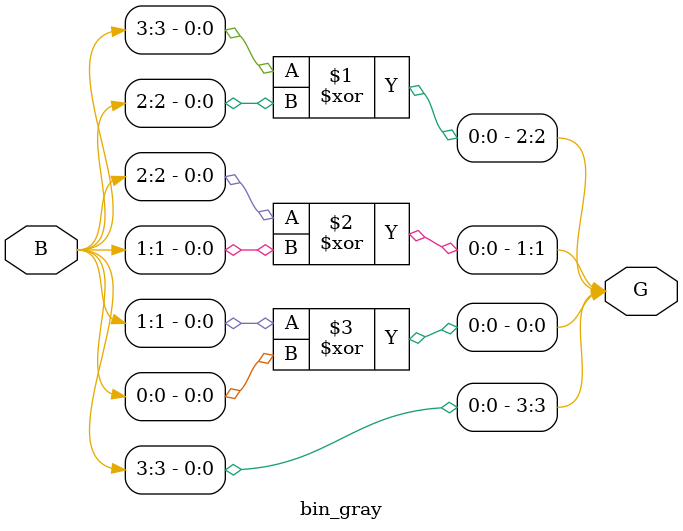
<source format=v>
module bin_gray(B,G);
input[3:0]B;
output[3:0]G;
assign G[3]=B[3];
assign G[2]=B[3]^B[2];
assign G[1]=B[2]^B[1];
assign G[0]=B[1]^B[0];
endmodule

</source>
